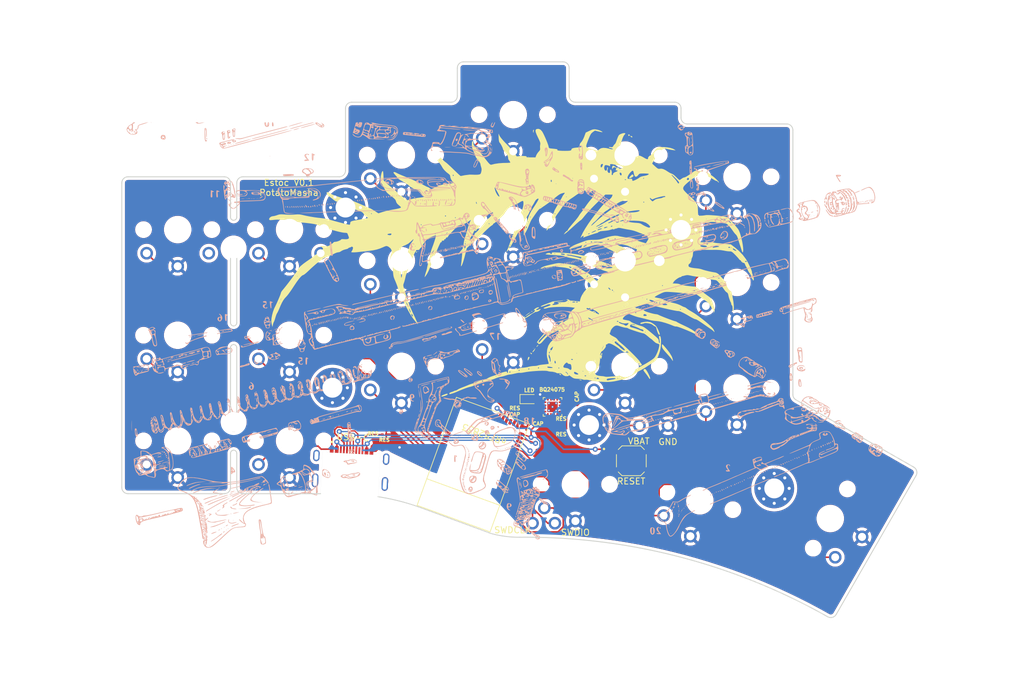
<source format=kicad_pcb>
(kicad_pcb (version 20211014) (generator pcbnew)
  (title_block (title "KeyChomp") (rev "v0.0.1") (company "Austin Rognes"))
  (layers (0 "F.Cu" signal) (31 "B.Cu" signal) (34 "B.Paste" user) (35 "F.Paste" user) (36 "B.SilkS" user "B.Silkscreen") (37 "F.SilkS" user "F.Silkscreen") (38 "B.Mask" user) (39 "F.Mask" user) (44 "Edge.Cuts" user))
  (net 0 "")
  (net 1 "GND")
  (net 2 "K1")
  (net 3 "K2")
  (net 4 "K3")
  (net 5 "K4")
  (net 6 "K5")
  (net 7 "K6")
  (net 8 "K7")
  (net 9 "K8")
  (net 10 "K9")
  (net 11 "K10")
  (net 12 "K11")
  (net 13 "K12")
  (net 14 "K13")
  (net 15 "VDDH")
  (net 16 "VBUS")
  (net 17 "D-")
  (net 18 "D+")
  (net 19 "K14")
  (net 20 "K15")
  (net 21 "K16")
  (net 22 "K17")
  (net 23 "K18")
  (net 24 "K19")
  (net 25 "K20")
  (net 26 "K21")
  (net 27 "VBAT")
  (net 28 "RESET")
  (footprint "PG1350" (layer "F.Cu") (at 125.3 119.3 180)
    (fp_text reference "S2" hide)
    (fp_text value "" hide)
  )
  (footprint "BQ24075TRGTT:QFN50P300X300X100-17N" (layer "F.Cu") (at 149.62 125.8325 180)
    (fp_text reference "BQ24075")
    (fp_text value "BQ24075")
  )
  (footprint "PG1350" (layer "F.Cu") (at 173.33 140.95 -15)
    (fp_text reference "S1" hide)
    (fp_text value "" hide)
  )
  (footprint "PG1350" (layer "F.Cu") (at 161.3 119.3 180)
    (fp_text reference "S2" hide)
    (fp_text value "" hide)
  )
  (footprint "Desktop:Untitled" (layer "F.Cu") (at 142.3 106.55)
    (fp_text reference "CENTIPEDE" hide)
    (fp_text value "LOGO" hide)
  )
  (footprint "PG1350" (layer "F.Cu") (at 153.3 138.3 180)
    (fp_text reference "S2" hide)
    (fp_text value "" hide)
  )
  (footprint "PG1350" (layer "F.Cu") (at 89.3 131.3 180)
    (fp_text reference "S2" hide)
    (fp_text value "" hide)
  )
  (footprint "Resistor_SMD:R_0201_0603Metric" (layer "F.Cu") (at 120.75 129.35)
    (fp_text reference "RES")
    (fp_text value "R_0201_0603Metric")
  )
  (footprint "PTS526_SM08_SMTR2_LFS:SW_PTS526_SM08_SMTR2_LFS" (layer "F.Cu") (at 162.3 134.5)
    (fp_text reference "RESET")
    (fp_text value "SW_PTS526_SM08_SMTR2_LFS")
  )
  (footprint "MountingHole:MountingHole_3.2mm_M3_Pad_Via" (layer "F.Cu") (at 155.5 128.75)
    (fp_text reference "0" hide)
    (fp_text value "MountingHole_3.2mm_M3_Pad_Via")
  )
  (footprint "PG1350" (layer "F.Cu") (at 173.33 140.95 165)
    (fp_text reference "S2" hide)
    (fp_text value "" hide)
  )
  (footprint "PG1350" (layer "F.Cu") (at 179.3 122.8 180)
    (fp_text reference "S2" hide)
    (fp_text value "" hide)
  )
  (footprint "MountingHole:MountingHole_3.2mm_M3" (layer "F.Cu") (at 98.3 100.35)
    (fp_text reference "REF**" hide)
    (fp_text value "MountingHole_3.2mm_M3")
  )
  (footprint "PG1350" (layer "F.Cu") (at 161.3 119.3)
    (fp_text reference "S1" hide)
    (fp_text value "" hide)
  )
  (footprint "" (layer "F.Cu") (at 112.3 101.1)
    (fp_text reference "")
    (fp_text value "")
  )
  (footprint "PG1350" (layer "F.Cu") (at 143.3 95.8)
    (fp_text reference "S1" hide)
    (fp_text value "" hide)
  )
  (footprint "PG1350" (layer "F.Cu") (at 161.3 102.3 180)
    (fp_text reference "S2" hide)
    (fp_text value "" hide)
  )
  (footprint "TestPoint:TestPoint_Plated_Hole_D2.0mm" (layer "F.Cu") (at 150 144.55)
    (fp_text reference "SWDIO")
    (fp_text value "TestPoint_Plated_Hole_D2.0mm")
  )
  (footprint "Resistor_SMD:R_0201_0603Metric" (layer "F.Cu") (at 150.87 129.3325)
    (fp_text reference "RES")
    (fp_text value "R_0201_0603Metric")
  )
  (footprint "PG1350" (layer "F.Cu") (at 161.3 85.3 180)
    (fp_text reference "S2" hide)
    (fp_text value "" hide)
  )
  (footprint "PG1350" (layer "F.Cu") (at 89.3 131.3)
    (fp_text reference "S1" hide)
    (fp_text value "" hide)
  )
  (footprint "PG1350" (layer "F.Cu") (at 161.3 102.3)
    (fp_text reference "S1" hide)
    (fp_text value "" hide)
  )
  (footprint "PG1350" (layer "F.Cu") (at 143.3 78.8 180)
    (fp_text reference "S2" hide)
    (fp_text value "" hide)
  )
  (footprint "PG1350" (layer "F.Cu") (at 89.3 114.3 180)
    (fp_text reference "S2" hide)
    (fp_text value "" hide)
  )
  (footprint "0_ARognes:MS88SF3_Min" (layer "F.Cu") (at 136.863578 135.117251 160)
    (fp_text reference "nRF52833")
    (fp_text value "MS88SF3_Min")
  )
  (footprint "PG1350" (layer "F.Cu") (at 89.3 97.3 180)
    (fp_text reference "S2" hide)
    (fp_text value "" hide)
  )
  (footprint "PG1350" (layer "F.Cu") (at 194.3206 143.8 60)
    (fp_text reference "S1" hide)
    (fp_text value "" hide)
  )
  (footprint "PG1350" (layer "F.Cu") (at 107.3 114.3)
    (fp_text reference "S1" hide)
    (fp_text value "" hide)
  )
  (footprint "PG1350" (layer "F.Cu") (at 143.3 112.8)
    (fp_text reference "S1" hide)
    (fp_text value "" hide)
  )
  (footprint "MountingHole:MountingHole_3.2mm_M3" (layer "F.Cu") (at 98.3 128.25)
    (fp_text reference "REF**" hide)
    (fp_text value "MountingHole_3.2mm_M3")
  )
  (footprint "PG1350" (layer "F.Cu") (at 143.3 95.8 180)
    (fp_text reference "S2" hide)
    (fp_text value "" hide)
  )
  (footprint "PG1350" (layer "F.Cu") (at 125.3 85.3 180)
    (fp_text reference "S2" hide)
    (fp_text value "" hide)
  )
  (footprint "PG1350" (layer "F.Cu") (at 125.3 102.3 180)
    (fp_text reference "S2" hide)
    (fp_text value "" hide)
  )
  (footprint "Capacitor_SMD:C_0201_0603Metric" (layer "F.Cu") (at 148.87 128.3325)
    (fp_text reference "CAP")
    (fp_text value "C_0201_0603Metric")
  )
  (footprint "PG1350" (layer "F.Cu") (at 107.3 97.3 180)
    (fp_text reference "S2" hide)
    (fp_text value "" hide)
  )
  (footprint "PG1350" (layer "F.Cu") (at 89.3 97.3)
    (fp_text reference "S1" hide)
    (fp_text value "" hide)
  )
  (footprint "PG1350" (layer "F.Cu") (at 125.3 119.3)
    (fp_text reference "S1" hide)
    (fp_text value "" hide)
  )
  (footprint "PG1350" (layer "F.Cu") (at 143.3 112.8 180)
    (fp_text reference "S2" hide)
    (fp_text value "" hide)
  )
  (footprint "PG1350" (layer "F.Cu") (at 179.3 105.8)
    (fp_text reference "S1" hide)
    (fp_text value "" hide)
  )
  (footprint "PG1350" (layer "F.Cu") (at 179.3 88.8 180)
    (fp_text reference "S2" hide)
    (fp_text value "" hide)
  )
  (footprint "Resistor_SMD:R_0201_0603Metric" (layer "F.Cu") (at 122.55 130.3)
    (fp_text reference "RES")
    (fp_text value "R_0201_0603Metric")
  )
  (footprint "PG1350" (layer "F.Cu") (at 179.3 105.8 180)
    (fp_text reference "S2" hide)
    (fp_text value "" hide)
  )
  (footprint "MountingHole:MountingHole_3.2mm_M3_Pad_Via" (layer "F.Cu") (at 170.3 97.35)
    (fp_text reference "REF**" hide)
    (fp_text value "MountingHole_3.2mm_M3_Pad_Via")
  )
  (footprint "LED_SMD:LED_0603_1608Metric" (layer "F.Cu") (at 145.87 124.5825)
    (fp_text reference "LED")
    (fp_text value "LED_0603_1608Metric")
  )
  (footprint "PG1350" (layer "F.Cu") (at 107.3 131.3 180)
    (fp_text reference "S2" hide)
    (fp_text value "" hide)
  )
  (footprint "PG1350" (layer "F.Cu") (at 89.3 114.3)
    (fp_text reference "S1" hide)
    (fp_text value "" hide)
  )
  (footprint "PG1350" (layer "F.Cu") (at 125.3 102.3)
    (fp_text reference "S1" hide)
    (fp_text value "" hide)
  )
  (footprint "PG1350" (layer "F.Cu") (at 107.3 131.3)
    (fp_text reference "S1" hide)
    (fp_text value "" hide)
  )
  (footprint "PG1350" (layer "F.Cu") (at 153.3 138.3)
    (fp_text reference "S1" hide)
    (fp_text value "" hide)
  )
  (footprint "MountingHole:MountingHole_3.2mm_M3_Pad_Via" (layer "F.Cu") (at 116.3 93.75)
    (fp_text reference "REF**" hide)
    (fp_text value "MountingHole_3.2mm_M3_Pad_Via")
  )
  (footprint "clipboard:8583f098-8525-47d3-99c4-a63cf4c513a4" (layer "F.Cu") (at 121.877988 133.592766 -3)
    (fp_text reference "")
    (fp_text value "")
    (fp_line (start -8.42038 0) (end -0.81962 0) (layer "Edge.Cuts") (width 0.01))
    (fp_line (start 0 6.7) (end 0 0) (layer "Edge.Cuts") (width 0.01))
    (fp_line (start -9.24 6.7) (end -9.24 0) (layer "Edge.Cuts") (width 0.01))
    (fp_arc (start -8.42038 0) (mid -8.570382 -0.040191) (end -8.680191 -0.15) (layer "Edge.Cuts") (width 0.01))
    (fp_arc (start -0.55981 -0.15) (mid -0.222356 -0.289779) (end 0 -0.000001) (layer "Edge.Cuts") (width 0.01))
    (fp_arc (start -0.55981 -0.15) (mid -0.669619 -0.040192) (end -0.81962 0) (layer "Edge.Cuts") (width 0.01))
    (fp_arc (start -9.24 0) (mid -9.017646 -0.289779) (end -8.680191 -0.15) (layer "Edge.Cuts") (width 0.01))
  )
  (footprint "PG1350" (layer "F.Cu") (at 194.3206 143.8 -120)
    (fp_text reference "S2" hide)
    (fp_text value "" hide)
  )
  (footprint "2169900003:MOLEX_2169900003" (layer "F.Cu") (at 117.023574 137.94467 -3)
    (fp_text reference "USB-C")
    (fp_text value "MOLEX_2169900003")
  )
  (footprint "PG1350" (layer "F.Cu") (at 107.3 97.3)
    (fp_text reference "S1" hide)
    (fp_text value "" hide)
  )
  (footprint "PG1350" (layer "F.Cu") (at 125.3 85.3)
    (fp_text reference "S1" hide)
    (fp_text value "" hide)
  )
  (footprint "PG1350" (layer "F.Cu") (at 143.3 78.8)
    (fp_text reference "S1" hide)
    (fp_text value "" hide)
  )
  (footprint "" (layer "F.Cu") (at 84.3 101.1)
    (fp_text reference "")
    (fp_text value "")
  )
  (footprint "TestPoint:TestPoint_Plated_Hole_D2.0mm" (layer "F.Cu") (at 146.4 144.55)
    (fp_text reference "SWDCLK")
    (fp_text value "TestPoint_Plated_Hole_D2.0mm")
  )
  (footprint "MountingHole:MountingHole_3.2mm_M3_Pad_Via" (layer "F.Cu") (at 185.3 138.95)
    (fp_text reference "REF**" hide)
    (fp_text value "MountingHole_3.2mm_M3_Pad_Via")
  )
  (footprint "PG1350" (layer "F.Cu") (at 107.3 114.3 180)
    (fp_text reference "S2" hide)
    (fp_text value "" hide)
  )
  (footprint "PG1350" (layer "F.Cu") (at 161.3 85.3)
    (fp_text reference "S1" hide)
    (fp_text value "" hide)
  )
  (footprint "TestPoint:TestPoint_Plated_Hole_D2.0mm" (layer "F.Cu") (at 163.6 128.85)
    (fp_text reference "VBAT")
    (fp_text value "TestPoint_Plated_Hole_D2.0mm" hide)
  )
  (footprint "Capacitor_SMD:C_0201_0603Metric" (layer "F.Cu") (at 152.62 124.1775 90)
    (fp_text reference "CAP")
    (fp_text value "C_0201_0603Metric")
  )
  (footprint "PG1350" (layer "F.Cu") (at 179.3 122.8)
    (fp_text reference "S1" hide)
    (fp_text value "" hide)
  )
  (footprint "Resistor_SMD:R_0201_0603Metric" (layer "F.Cu") (at 150.87 128.3325)
    (fp_text reference "RES")
    (fp_text value "R_0201_0603Metric")
  )
  (footprint "TestPoint:TestPoint_Plated_Hole_D2.0mm" (layer "F.Cu") (at 168.2 128.85)
    (fp_text reference "GND")
    (fp_text value "TestPoint_Plated_Hole_D2.0mm")
  )
  (footprint "MountingHole:MountingHole_3.2mm_M3_Pad_Via" (layer "F.Cu") (at 114.2 122.75)
    (fp_text reference "0" hide)
    (fp_text value "MountingHole_3.2mm_M3_Pad_Via")
  )
  (footprint "Capacitor_SMD:C_0201_0603Metric" (layer "F.Cu") (at 145.37 127.3325 180)
    (fp_text reference "CAP")
    (fp_text value "C_0201_0603Metric")
  )
  (footprint "PG1350" (layer "F.Cu") (at 179.3 88.8)
    (fp_text reference "S1" hide)
    (fp_text value "" hide)
  )
  (footprint "Resistor_SMD:R_0201_0603Metric" (layer "F.Cu") (at 145.37 125.8325 180)
    (fp_text reference "RES")
    (fp_text value "R_0201_0603Metric")
  )
  (footprint "LOGO" (layer "B.Cu") (at 142.8 114.475 180)
    (fp_text reference "G***" hide)
    (fp_text value "LOGO" hide)
  )
  (gr_arc (start 97.8 133.312994) (mid 98.3 132.8) (end 98.8 133.312994) (layer "Edge.Cuts") (width 0.15))
  (gr_line (start 134.3 71.3) (end 134.3 75.8) (layer "Edge.Cuts") (width 0.15))
  (gr_line (start 170.3 79.3) (end 170.3 77.8) (layer "Edge.Cuts") (width 0.15))
  (gr_arc (start 153.3 76.8) (mid 152.592893 76.507107) (end 152.3 75.8) (layer "Edge.Cuts") (width 0.15))
  (gr_arc (start 171.3 80.3) (mid 170.592893 80.007107) (end 170.3 79.3) (layer "Edge.Cuts") (width 0.15))
  (gr_arc (start 99.800107 139.8) (mid 99.093 139.507107) (end 98.800107 138.8) (layer "Edge.Cuts") (width 0.15))
  (gr_line (start 187.3 80.3) (end 171.3 80.3) (layer "Edge.Cuts") (width 0.15))
  (gr_arc (start 81.3 139.8) (mid 80.592893 139.507107) (end 80.3 138.8) (layer "Edge.Cuts") (width 0.15))
  (gr_line (start 99.800107 88.8) (end 115.3 88.8) (layer "Edge.Cuts") (width 0.15))
  (gr_line (start 169.3 76.8) (end 153.3 76.8) (layer "Edge.Cuts") (width 0.15))
  (gr_arc (start 144.3 146.81) (mid 169.943742 149.938617) (end 193.900599 159.606025) (layer "Edge.Cuts") (width 0.15))
  (gr_line (start 128 141.9) (end 139.7 146.2) (layer "Edge.Cuts") (width 0.15))
  (gr_line (start 97.8 133.312994) (end 97.799893 138.8) (layer "Edge.Cuts") (width 0.15))
  (gr_arc (start 121.527337 140.283584) (mid 124.801225 140.941402) (end 128 141.9) (layer "Edge.Cuts") (width 0.15))
  (gr_arc (start 188.82 124.712445) (mid 188.439947 124.35) (end 188.3 123.843819) (layer "Edge.Cuts") (width 0.15))
  (gr_line (start 98.800107 89.8) (end 98.8 95.287499) (layer "Edge.Cuts") (width 0.15))
  (gr_arc (start 169.3 76.8) (mid 170.007107 77.092893) (end 170.3 77.8) (layer "Edge.Cuts") (width 0.15))
  (gr_line (start 97.8 99.313157) (end 97.8 112.287336) (layer "Edge.Cuts") (width 0.15))
  (gr_arc (start 97.8 116.312994) (mid 98.3 115.8) (end 98.8 116.312994) (layer "Edge.Cuts") (width 0.15))
  (gr_line (start 133.3 76.8) (end 117.3 76.8) (layer "Edge.Cuts") (width 0.15))
  (gr_line (start 98.8 116.312994) (end 98.8 129.287336) (layer "Edge.Cuts") (width 0.15))
  (gr_arc (start 187.3 80.3) (mid 188.007107 80.592893) (end 188.3 81.3) (layer "Edge.Cuts") (width 0.15))
  (gr_line (start 97.8 116.312994) (end 97.8 129.287336) (layer "Edge.Cuts") (width 0.15))
  (gr_line (start 188.82 124.712445) (end 207.755804 135.528054) (layer "Edge.Cuts") (width 0.15))
  (gr_line (start 97.799893 89.8) (end 97.8 95.287499) (layer "Edge.Cuts") (width 0.15))
  (gr_arc (start 98.800107 89.8) (mid 99.093 89.092893) (end 99.800107 88.8) (layer "Edge.Cuts") (width 0.15))
  (gr_arc (start 98.8 95.287499) (mid 98.3 95.800493) (end 97.8 95.287499) (layer "Edge.Cuts") (width 0.15))
  (gr_arc (start 97.799893 138.8) (mid 97.507 139.507107) (end 96.799893 139.8) (layer "Edge.Cuts") (width 0.15))
  (gr_line (start 152.3 75.8) (end 152.3 71.3) (layer "Edge.Cuts") (width 0.15))
  (gr_arc (start 80.3 89.8) (mid 80.592893 89.092893) (end 81.3 88.8) (layer "Edge.Cuts") (width 0.15))
  (gr_line (start 81.3 88.8) (end 96.799893 88.8) (layer "Edge.Cuts") (width 0.15))
  (gr_line (start 80.3 138.8) (end 80.3 89.8) (layer "Edge.Cuts") (width 0.15))
  (gr_arc (start 98.8 112.287336) (mid 98.3 112.80033) (end 97.8 112.287336) (layer "Edge.Cuts") (width 0.15))
  (gr_arc (start 116.3 87.8) (mid 116.007107 88.507107) (end 115.3 88.8) (layer "Edge.Cuts") (width 0.15))
  (gr_arc (start 116.3 77.8) (mid 116.592893 77.092893) (end 117.3 76.8) (layer "Edge.Cuts") (width 0.15))
  (gr_line (start 116.3 77.8) (end 116.3 87.8) (layer "Edge.Cuts") (width 0.15))
  (gr_line (start 151.3 70.3) (end 135.3 70.3) (layer "Edge.Cuts") (width 0.15))
  (gr_arc (start 207.755804 135.528054) (mid 208.22383 136.138065) (end 208.1206 136.9) (layer "Edge.Cuts") (width 0.15))
  (gr_arc (start 134.3 71.3) (mid 134.592893 70.592893) (end 135.3 70.3) (layer "Edge.Cuts") (width 0.15))
  (gr_arc (start 96.799893 88.8) (mid 97.507 89.092893) (end 97.799893 89.8) (layer "Edge.Cuts") (width 0.15))
  (gr_line (start 188.3 123.843819) (end 188.3 81.3) (layer "Edge.Cuts") (width 0.15))
  (gr_arc (start 151.3 70.3) (mid 152.007107 70.592893) (end 152.3 71.3) (layer "Edge.Cuts") (width 0.15))
  (gr_line (start 98.8 133.312994) (end 98.800107 138.8) (layer "Edge.Cuts") (width 0.15))
  (gr_arc (start 134.3 75.8) (mid 134.007107 76.507107) (end 133.3 76.8) (layer "Edge.Cuts") (width 0.15))
  (gr_arc (start 98.8 129.287336) (mid 98.3 129.80033) (end 97.8 129.287336) (layer "Edge.Cuts") (width 0.15))
  (gr_arc (start 195.266625 159.239999) (mid 194.659419 159.705925) (end 193.900599 159.606025) (layer "Edge.Cuts") (width 0.15))
  (gr_arc (start 144.3 146.81) (mid 141.979219 146.661706) (end 139.7 146.2) (layer "Edge.Cuts") (width 0.15))
  (gr_arc (start 97.8 99.313157) (mid 98.3 98.800163) (end 98.8 99.313157) (layer "Edge.Cuts") (width 0.15))
  (gr_line (start 99.800107 139.8) (end 112.3 139.8) (layer "Edge.Cuts") (width 0.15))
  (gr_line (start 195.266625 159.239999) (end 208.1206 136.9) (layer "Edge.Cuts") (width 0.15))
  (gr_line (start 81.3 139.8) (end 96.799893 139.8) (layer "Edge.Cuts") (width 0.15))
  (gr_line (start 98.8 99.313157) (end 98.8 112.287336) (layer "Edge.Cuts") (width 0.15))
  (gr_text "Estoc V0.1\nPotatoMasha" (at 107.2 90.55) (layer "F.SilkS") (effects (font (size 1 1))))
  (segment (start 151.87 126.5825) (end 151.87 129.3325) (width 0.25) (layer "F.Cu") (net 0))
  (segment (start 143 139.35) (end 141.303096 139.35) (width 0.25) (layer "F.Cu") (net 0))
  (segment (start 146.4 144.55) (end 146.4 142.75) (width 0.25) (layer "F.Cu") (net 0))
  (segment (start 115.82597 129.27597) (end 120.35597 129.27597) (width 0.25) (layer "F.Cu") (net 0))
  (segment (start 150.37 127.5825) (end 151.12 127.5825) (width 0.25) (layer "F.Cu") (net 0))
  (segment (start 150 144.55) (end 148.85423 144.55) (width 0.25) (layer "F.Cu") (net 0))
  (segment (start 141.303096 139.35) (end 141.287907 139.334811) (width 0.25) (layer "F.Cu") (net 0))
  (segment (start 143.05423 138.75) (end 141.536209 138.75) (width 0.25) (layer "F.Cu") (net 0))
  (segment (start 120.35597 129.27597) (end 120.43 129.35) (width 0.25) (layer "F.Cu") (net 0))
  (segment (start 146.4 142.75) (end 143 139.35) (width 0.25) (layer "F.Cu") (net 0))
  (segment (start 148.85423 144.55) (end 143.05423 138.75) (width 0.25) (layer "F.Cu") (net 0))
  (segment (start 141.536209 138.75) (end 141.51022 138.724011) (width 0.25) (layer "F.Cu") (net 0))
  (segment (start 121.180797 132.969203) (end 121.4 132.75) (width 0.25) (layer "F.Cu") (net 1))
  (segment (start 120.488719 132.161281) (end 120.9 131.75) (width 0.25) (layer "F.Cu") (net 1))
  (segment (start 145.05 127.3325) (end 145.05 128.3) (width 0.25) (layer "F.Cu") (net 1))
  (segment (start 130.164985 136.114985) (end 129.6 135.55) (width 0.25) (layer "F.Cu") (net 1))
  (segment (start 129.6 135.55) (end 129.6 135.35) (width 0.25) (layer "F.Cu") (net 1))
  (segment (start 121.4 132.75) (end 121.6 132.55) (width 0.25) (layer "F.Cu") (net 1))
  (segment (start 114.09749 132.634253) (end 114.09749 130.44749) (width 0.25) (layer "F.Cu") (net 1))
  (segment (start 130.541037 136.114985) (end 130.164985 136.114985) (width 0.25) (layer "F.Cu") (net 1))
  (segment (start 150.55 128.3325) (end 149.87 128.3325) (width 0.25) (layer "F.Cu") (net 1))
  (segment (start 114.24749 132.634253) (end 114.273916 132.607827) (width 0.25) (layer "F.Cu") (net 1))
  (segment (start 148.87 124.3975) (end 148.87 123.8325) (width 0.25) (layer "F.Cu") (net 1))
  (segment (start 120.488719 132.969203) (end 120.488719 132.161281) (width 0.25) (layer "F.Cu") (net 1))
  (segment (start 114.09749 130.44749) (end 113.7 130.05) (width 0.25) (layer "F.Cu") (net 1))
  (segment (start 149.19 128.3325) (end 149.87 128.3325) (width 0.25) (layer "F.Cu") (net 1))
  (segment (start 114.09749 132.634253) (end 112.384253 132.634253) (width 0.25) (layer "F.Cu") (net 1))
  (segment (start 151.055 125.0825) (end 151.62 125.0825) (width 0.25) (layer "F.Cu") (net 1))
  (segment (start 151.12 127.5825) (end 151.19 127.6525) (width 0.25) (layer "F.Cu") (net 1))
  (segment (start 122.87 130.3) (end 122.87 130.88) (width 0.25) (layer "F.Cu") (net 1))
  (segment (start 122.87 130.3) (end 122.87 129.68) (width 0.25) (layer "F.Cu") (net 1))
  (segment (start 121.07 129.35) (end 121.07 129.18) (width 0.25) (layer "F.Cu") (net 1))
  (segment (start 151.62 125.0825) (end 151.62 123.8325) (width 0.25) (layer "F.Cu") (net 1))
  (segment (start 111.9 132.15) (end 111.4 132.15) (width 0.25) (layer "F.Cu") (net 1))
  (segment (start 150.37 127.2675) (end 150.37 127.5825) (width 0.25) (layer "F.Cu") (net 1))
  (segment (start 151.055 126.5825) (end 151.87 126.5825) (width 0.25) (layer "F.Cu") (net 1))
  (segment (start 145.05 128.3) (end 144.657151 128.692849) (width 0.25) (layer "F.Cu") (net 1))
  (segment (start 149.87 128.3325) (end 149.87 127.2675) (width 0.25) (layer "F.Cu") (net 1))
  (segment (start 151.645 123.8575) (end 151.62 123.8325) (width 0.25) (layer "F.Cu") (net 1))
  (segment (start 134.884348 125.351359) (end 134.884348 124.865652) (width 0.25) (layer "F.Cu") (net 1))
  (segment (start 144.657151 128.692849) (end 144.657151 128.908368) (width 0.25) (layer "F.Cu") (net 1))
  (segment (start 121.07 129.18) (end 121.6 128.65) (width 0.25) (layer "F.Cu") (net 1))
  (segment (start 151.19 127.6525) (end 151.19 128.3325) (width 0.25) (layer "F.Cu") (net 1))
  (segment (start 112.2 132.45) (end 111.9 132.15) (width 0.25) (layer "F.Cu") (net 1))
  (segment (start 120.488719 132.969203) (end 121.180797 132.969203) (width 0.25) (layer "F.Cu") (net 1))
  (segment (start 152.62 123.8575) (end 151.645 123.8575) (width 0.25) (layer "F.Cu") (net 1))
  (segment (start 134.884348 124.865652) (end 135.3 124.45) (width 0.25) (layer "F.Cu") (net 1))
  (segment (start 150.37 124.3975) (end 150.37 123.8325) (width 0.25) (layer "F.Cu") (net 1))
  (segment (start 151.87 129.3325) (end 151.19 129.3325) (width 0.25) (layer "F.Cu") (net 1))
  (segment (start 112.384253 132.634253) (end 112.2 132.45) (width 0.25) (layer "F.Cu") (net 1))
  (segment (start 148.87 123.8325) (end 147.62 123.8325) (width 0.25) (layer "F.Cu") (net 1))
  (segment (start 149.87 129.3325) (end 149.87 128.3325) (width 0.25) (layer "F.Cu") (net 1))
  (segment (start 150.37 123.8325) (end 151.62 123.8325) (width 0.25) (layer "F.Cu") (net 1))
  (via (at 147.62 123.8325) (size 0.8) (drill 0.4) (layers "F.Cu" "B.Cu") (net 1))
  (via (at 125 132.35) (size 0.8) (drill 0.4) (layers "F.Cu" "B.Cu") (net 1))
  (segment (start 143.3 84.7) (end 143.925421 84.074579) (width 0.25) (layer "B.Cu") (net 1))
  (segment (start 107.3 103.2) (end 107.3 102.75) (width 0.25) (layer "B.Cu") (net 1))
  (segment (start 179.3 128.7) (end 179.951038 129.351038) (width 0.25) (layer "B.Cu") (net 1))
  (segment (start 107.45 120.05) (end 107.3 120.2) (width 0.25) (layer "B.Cu") (net 1))
  (segment (start 116.3 115.78) (end 116.299021 115.780979) (width 0.25) (layer "B.Cu") (net 1))
  (segment (start 103.95 133.45) (end 102.3 135.1) (width 0.25) (layer "F.Cu") (net 2))
  (segment (start 102.3 135.1) (end 102.5 135.3) (width 0.25) (layer "F.Cu") (net 2))
  (segment (start 130.985663 134.893385) (end 129.905017 134.500062) (width 0.2) (layer "F.Cu") (net 2))
  (segment (start 103.95 129) (end 103.95 133.45) (width 0.25) (layer "F.Cu") (net 2))
  (segment (start 122.556168 127.89904) (end 105.05096 127.89904) (width 0.25) (layer "F.Cu") (net 2))
  (segment (start 129.905017 134.500062) (end 124.154475 128.74952) (width 0.25) (layer "F.Cu") (net 2))
  (segment (start 123.406648 128.74952) (end 122.556168 127.89904) (width 0.25) (layer "F.Cu") (net 2))
  (segment (start 124.154475 128.74952) (end 123.406648 128.74952) (width 0.25) (layer "F.Cu") (net 2))
  (segment (start 105.05096 127.89904) (end 103.95 129) (width 0.25) (layer "F.Cu") (net 2))
  (segment (start 100.086198 131.09952) (end 103.736198 127.44952) (width 0.25) (layer "F.Cu") (net 3))
  (segment (start 123.592846 128.3) (end 123.75 128.3) (width 0.25) (layer "F.Cu") (net 3))
  (segment (start 131.207976 134.282585) (end 130.12733 133.889261) (width 0.2) (layer "F.Cu") (net 3))
  (segment (start 97.15 131.75) (end 97.80048 131.09952) (width 0.25) (layer "F.Cu") (net 3))
  (segment (start 130.12733 133.889261) (end 124.538069 128.3) (width 0.25) (layer "F.Cu") (net 3))
  (segment (start 93.8 135.1) (end 84.3 135.1) (width 0.25) (layer "F.Cu") (net 3))
  (segment (start 124.538069 128.3) (end 123.75 128.3) (width 0.25) (layer "F.Cu") (net 3))
  (segment (start 97.80048 131.09952) (end 100.086198 131.09952) (width 0.25) (layer "F.Cu") (net 3))
  (segment (start 97.15 131.75) (end 93.8 135.1) (width 0.25) (layer "F.Cu") (net 3))
  (segment (start 122.742366 127.44952) (end 123.592846 128.3) (width 0.25) (layer "F.Cu") (net 3))
  (segment (start 103.736198 127.44952) (end 122.742366 127.44952) (width 0.25) (layer "F.Cu") (net 3))
  (segment (start 124.871182 127.8) (end 130.349643 133.278461) (width 0.25) (layer "F.Cu") (net 4))
  (segment (start 84.3 118.1) (end 96.85 130.65) (width 0.25) (layer "F.Cu") (net 4))
  (segment (start 123.728564 127.8) (end 124.871182 127.8) (width 0.25) (layer "F.Cu") (net 4))
  (segment (start 131.430289 133.671784) (end 130.349643 133.278461) (width 0.2) (layer "F.Cu") (net 4))
  (segment (start 99.9 130.65) (end 103.55 127) (width 0.25) (layer "F.Cu") (net 4))
  (segment (start 96.85 130.65) (end 99.9 130.65) (width 0.25) (layer "F.Cu") (net 4))
  (segment (start 103.55 127) (end 122.928564 127) (width 0.25) (layer "F.Cu") (net 4))
  (segment (start 122.928564 127) (end 123.728564 127.8) (width 0.25) (layer "F.Cu") (net 4))
  (segment (start 130.841254 132.073962) (end 126.016812 127.24952) (width 0.25) (layer "F.Cu") (net 5))
  (segment (start 123.813802 127.24952) (end 123.114282 126.55) (width 0.25) (layer "F.Cu") (net 5))
  (segment (start 123.114282 126.55) (end 110.75 126.55) (width 0.25) (layer "F.Cu") (net 5))
  (segment (start 131.874916 132.450184) (end 130.841254 132.073962) (width 0.2) (layer "F.Cu") (net 5))
  (segment (start 110.75 126.55) (end 102.3 118.1) (width 0.25) (layer "F.Cu") (net 5))
  (segment (start 126.016812 127.24952) (end 123.813802 127.24952) (width 0.25) (layer "F.Cu") (net 5))
  (segment (start 132.097229 131.839384) (end 131.063567 131.463162) (width 0.2) (layer "F.Cu") (net 6))
  (segment (start 120.3 123.1) (end 124 126.8) (width 0.25) (layer "F.Cu") (net 6))
  (segment (start 121 123.1) (end 121.05 123.05) (width 0.25) (layer "F.Cu") (net 6))
  (segment (start 120.3 123.1) (end 121 123.1) (width 0.25) (layer "F.Cu") (net 6))
  (segment (start 124 126.8) (end 126.400405 126.8) (width 0.25) (layer "F.Cu") (net 6))
  (segment (start 126.400405 126.8) (end 131.063567 131.463162) (width 0.25) (layer "F.Cu") (net 6))
  (segment (start 119.292413 120.525421) (end 120.025421 120.525421) (width 0.25) (layer "F.Cu") (net 7))
  (segment (start 133.431107 128.174583) (end 132.350461 127.781259) (width 0.2) (layer "F.Cu") (net 7))
  (segment (start 126.05 123.55) (end 130.281259 127.781259) (width 0.25) (layer "F.Cu") (net 7))
  (segment (start 99.925 114.175) (end 102.3 116.55) (width 0.25) (layer "F.Cu") (net 7))
  (segment (start 130.281259 127.781259) (end 132.350461 127.781259) (width 0.25) (layer "F.Cu") (net 7))
  (segment (start 123.05 123.55) (end 126.05 123.55) (width 0.25) (layer "F.Cu") (net 7))
  (segment (start 102.3 116.55) (end 103.05 116.55) (width 0.25) (layer "F.Cu") (net 7))
  (segment (start 84.3 101.1) (end 97.375 114.175) (width 0.25) (layer "F.Cu") (net 7))
  (segment (start 117.316992 118.55) (end 119.292413 120.525421) (width 0.25) (layer "F.Cu") (net 7))
  (segment (start 120.025421 120.525421) (end 123.05 123.55) (width 0.25) (layer "F.Cu") (net 7))
  (segment (start 97.375 114.175) (end 99.925 114.175) (width 0.25) (layer "F.Cu") (net 7))
  (segment (start 105.05 118.55) (end 117.316992 118.55) (width 0.25) (layer "F.Cu") (net 7))
  (segment (start 103.05 116.55) (end 105.05 118.55) (width 0.25) (layer "F.Cu") (net 7))
  (segment (start 102.3 101.1) (end 119.25 118.05) (width 0.25) (layer "F.Cu") (net 8))
  (segment (start 119.25 118.05) (end 120.283008 118.05) (width 0.25) (layer "F.Cu") (net 8))
  (segment (start 120.283008 118.05) (end 125.283008 123.05) (width 0.25) (layer "F.Cu") (net 8))
  (segment (start 126.3 123.05) (end 130.420459 127.170459) (width 0.25) (layer "F.Cu") (net 8))
  (segment (start 133.65342 127.563782) (end 132.572774 127.170459) (width 0.2) (layer "F.Cu") (net 8))
  (segment (start 125.283008 123.05) (end 126.3 123.05) (width 0.25) (layer "F.Cu") (net 8))
  (segment (start 130.420459 127.170459) (end 132.572774 127.170459) (width 0.25) (layer "F.Cu") (net 8))
  (segment (start 126.55 122.55) (end 129.948859 125.948859) (width 0.25) (layer "F.Cu") (net 9))
  (segment (start 120.3 106.1) (end 120.3 117.3) (width 0.25) (layer "F.Cu") (net 9))
  (segment (start 120.3 117.3) (end 125.55 122.55) (width 0.25) (layer "F.Cu") (net 9))
  (segment (start 129.948859 125.948859) (end 133.0174 125.948859) (width 0.25) (layer "F.Cu") (net 9))
  (segment (start 134.098047 126.342182) (end 133.0174 125.948859) (width 0.2) (layer "F.Cu") (net 9))
  (segment (start 125.55 122.55) (end 126.55 122.55) (width 0.25) (layer "F.Cu") (net 9))
  (segment (start 136.55 124.634726) (end 136.516372 124.668354) (width 0.25) (layer "F.Cu") (net 10))
  (segment (start 136.105948 125.795985) (end 136.516372 124.668354) (width 0.2) (layer "F.Cu") (net 10))
  (segment (start 136.55 123.05) (end 136.55 124.634726) (width 0.25) (layer "F.Cu") (net 10))
  (segment (start 135.05 118.05) (end 136.3 119.3) (width 0.25) (layer "F.Cu") (net 10))
  (segment (start 120.3 89.1) (end 135.05 103.85) (width 0.25) (layer "F.Cu") (net 10))
  (segment (start 136.3 122.8) (end 136.55 123.05) (width 0.25) (layer "F.Cu") (net 10))
  (segment (start 136.3 119.3) (end 136.3 122.8) (width 0.25) (layer "F.Cu") (net 10))
  (segment (start 135.05 103.85) (end 135.05 118.05) (width 0.25) (layer "F.Cu") (net 10))
  (segment (start 137.127173 122.877173) (end 137.127173 124.890667) (width 0.25) (layer "F.Cu") (net 11))
  (segment (start 136.716748 126.018298) (end 137.127173 124.890667) (width 0.2) (layer "F.Cu") (net 11))
  (segment (start 136.8 122.55) (end 137.127173 122.877173) (width 0.25) (layer "F.Cu") (net 11))
  (segment (start 135.55 85.35) (end 135.55 117.8) (width 0.25) (layer "F.Cu") (net 11))
  (segment (start 135.55 117.8) (end 136.8 119.05) (width 0.25) (layer "F.Cu") (net 11))
  (segment (start 138.3 82.6) (end 135.55 85.35) (width 0.25) (layer "F.Cu") (net 11))
  (segment (start 136.8 119.05) (end 136.8 122.55) (width 0.25) (layer "F.Cu") (net 11))
  (segment (start 137.3 118.8) (end 137.3 122.3) (width 0.25) (layer "F.Cu") (net 12))
  (segment (start 136.05 101.85) (end 136.05 117.55) (width 0.25) (layer "F.Cu") (net 12))
  (segment (start 136.05 117.55) (end 137.3 118.8) (width 0.25) (layer "F.Cu") (net 12))
  (segment (start 137.3 122.3) (end 139.553272 124.553272) (width 0.25) (layer "F.Cu") (net 12))
  (segment (start 138.3 99.6) (end 136.05 101.85) (width 0.25) (layer "F.Cu") (net 12))
  (segment (start 139.553272 124.553272) (end 139.553272 125.826904) (width 0.25) (layer "F.Cu") (net 12))
  (segment (start 139.159949 126.90755) (end 139.553272 125.826904) (width 0.2) (layer "F.Cu") (net 12))
  (segment (start 136.574579 117.324579) (end 137.8 118.55) (width 0.25) (layer "F.Cu") (net 13))
  (segment (start 137.8 118.55) (end 137.8 122.05) (width 0.25) (layer "F.Cu") (net 13))
  (segment (start 152.954323 89.1) (end 136.574579 105.479744) (width 0.25) (layer "F.Cu") (net 13))
  (segment (start 136.574579 105.479744) (end 136.574579 117.324579) (width 0.25) (layer "F.Cu") (net 13))
  (segment (start 141.60315 127.796803) (end 141.996473 126.716156) (width 0.2) (layer "F.Cu") (net 13))
  (segment (start 141.996473 126.246473) (end 141.996473 126.716156) (width 0.25) (layer "F.Cu") (net 13))
  (segment (start 156.3 89.1) (end 152.954323 89.1) (width 0.25) (layer "F.Cu") (net 13))
  (segment (start 137.8 122.05) (end 141.996473 126.246473) (width 0.25) (layer "F.Cu") (net 13))
  (segment (start 142.607273 126.107273) (end 142.607273 126.938469) (width 0.25) (layer "F.Cu") (net 14))
  (segment (start 142.21395 128.019116) (end 142.607273 126.938469) (width 0.2) (layer "F.Cu") (net 14))
  (segment (start 138.3 121.8) (end 142.607273 126.107273) (width 0.25) (layer "F.Cu") (net 14))
  (segment (start 138.3 116.6) (end 138.3 121.8) (width 0.25) (layer "F.Cu") (net 14))
  (segment (start 146.62 126.5825) (end 145.62 126.5825) (width 0.25) (layer "F.Cu") (net 15))
  (segment (start 145.69 126.5125) (end 145.62 126.5825) (width 0.25) (layer "F.Cu") (net 15))
  (segment (start 144.12 126.55) (end 144.12 123.8325) (width 0.25) (layer "F.Cu") (net 15))
  (segment (start 144.62 123.3325) (end 146.87 123.3325) (width 0.25) (layer "F.Cu") (net 15))
  (segment (start 144.1525 126.5825) (end 144.12 126.55) (width 0.25) (layer "F.Cu") (net 15))
  (segment (start 147.1575 125.0825) (end 146.6575 124.5825) (width 0.25) (layer "F.Cu") (net 15))
  (segment (start 147.12 126.0825) (end 146.62 126.5825) (width 0.25) (layer "F.Cu") (net 15))
  (segment (start 145.05 124.55) (end 145.0825 124.5825) (width 0.25) (layer "F.Cu") (net 15))
  (segment (start 145.05 124.615) (end 145.0825 124.5825) (width 0.25) (layer "F.Cu") (net 15))
  (segment (start 145.62 126.5825) (end 144.1525 126.5825) (width 0.25) (layer "F.Cu") (net 15))
  (segment (start 145.05 125.8325) (end 145.05 124.615) (width 0.25) (layer "F.Cu") (net 15))
  (segment (start 148.185 126.0825) (end 147.12 126.0825) (width 0.25) (layer "F.Cu") (net 15))
  (segment (start 149.87 123.0825) (end 149.87 124.3975) (width 0.25) (layer "F.Cu") (net 15))
  (segment (start 147.12 126.0825) (end 147.12 125.5825) (width 0.25) (layer "F.Cu") (net 15))
  (segment (start 144.12 123.8325) (end 144.62 123.3325) (width 0.25) (layer "F.Cu") (net 15))
  (segment (start 147.12 123.0825) (end 149.87 123.0825) (width 0.25) (layer "F.Cu") (net 15))
  (segment (start 147.12 125.5825) (end 148.185 125.5825) (width 0.25) (layer "F.Cu") (net 15))
  (segment (start 145.69 125.8325) (end 145.69 126.5125) (width 0.25) (layer "F.Cu") (net 15))
  (segment (start 143.435551 128.463742) (end 144.10249 126.631342) (width 0.2) (layer "F.Cu") (net 15))
  (segment (start 145.69 127.3325) (end 145.69 126.5125) (width 0.25) (layer "F.Cu") (net 15))
  (segment (start 148.185 125.0825) (end 147.1575 125.0825) (width 0.25) (layer "F.Cu") (net 15))
  (segment (start 146.87 123.3325) (end 147.12 123.0825) (width 0.25) (layer "F.Cu") (net 15))
  (segment (start 115.15 131.45) (end 115.172819 131.472819) (width 0.25) (layer "F.Cu") (net 16))
  (segment (start 119.85 130.3) (end 119.040706 131.109294) (width 0.25) (layer "F.Cu") (net 16))
  (segment (start 119.966241 131.833759) (end 120.05 131.75) (width 0.25) (layer "F.Cu") (net 16))
  (segment (start 146.173097 129.529403) (end 146.173097 130.737141) (width 0.25) (layer "F.Cu") (net 16))
  (segment (start 148.12 127.5825) (end 146.173097 129.529403) (width 0.25) (layer "F.Cu") (net 16))
  (segment (start 122.13 130.3) (end 119.85 130.3) (width 0.25) (layer "F.Cu") (net 16))
  (segment (start 148.55 127.5825) (end 148.55 128.3325) (width 0.25) (layer "F.Cu") (net 16))
  (segment (start 122.141453 130.388547) (end 122.23 130.3) (width 0.2) (layer "F.Cu") (net 16))
  (segment (start 148.87 127.2675) (end 148.87 127.5825) (width 0.25) (layer "F.Cu") (net 16))
  (segment (start 114.922819 131.472819) (end 114.922819 132.649696) (width 0.25) (layer "F.Cu") (net 16))
  (segment (start 119.839815 132.927334) (end 119.866241 132.900908) (width 0.25) (layer "F.Cu") (net 16))
  (segment (start 119.040706 131.109294) (end 119.040706 132.893316) (width 0.25) (layer "F.Cu") (net 16))
  (segment (start 122.23 130.3) (end 122.2 130.33) (width 0.2) (layer "F.Cu") (net 16))
  (segment (start 144.622604 130.172808) (end 146.173097 130.737141) (width 0.2) (layer "F.Cu") (net 16))
  (segment (start 148.87 127.5825) (end 148.12 127.5825) (width 0.25) (layer "F.Cu") (net 16))
  (segment (start 115.072819 132.649696) (end 115.046393 132.676122) (width 0.25) (layer "F.Cu") (net 16))
  (segment (start 119.716241 132.900908) (end 119.716241 131.833759) (width 0.25) (layer "F.Cu") (net 16))
  (via (at 146.173097 130.737141) (size 0.8) (drill 0.4) (layers "F.Cu" "B.Cu") (net 16))
  (via (at 114.9 131.45) (size 0.8) (drill 0.4) (layers "F.Cu" "B.Cu") (net 16))
  (via (at 119.8 131.75) (size 0.8) (drill 0.4) (layers "F.Cu" "B.Cu") (net 16))
  (segment (start 147.589987 132.299272) (end 147.589987 131.400213) (width 0.2) (layer "B.Cu") (net 16))
  (segment (start 119.749295 132.050705) (end 120.05 131.75) (width 0.25) (layer "B.Cu") (net 16))
  (segment (start 119.8 131.75) (end 120.35096 131.19904) (width 0.2) (layer "B.Cu") (net 16))
  (segment (start 114.9 131.45) (end 115.500705 132.050705) (width 0.25) (layer "B.Cu") (net 16))
  (segment (start 145.700471 133.599511) (end 146.289748 133.599511) (width 0.2) (layer "B.Cu") (net 16))
  (segment (start 146.289748 133.599511) (end 147.589987 132.299272) (width 0.2) (layer "B.Cu") (net 16))
  (segment (start 147.589987 131.400213) (end 146.926915 130.737141) (width 0.2) (layer "B.Cu") (net 16))
  (segment (start 143.3 131.19904) (end 145.700471 133.599511) (width 0.2) (layer "B.Cu") (net 16))
  (segment (start 146.926915 130.737141) (end 146.173097 130.737141) (width 0.2) (layer "B.Cu") (net 16))
  (segment (start 120.35096 131.19904) (end 143.3 131.19904) (width 0.2) (layer "B.Cu") (net 16))
  (segment (start 115.500705 132.050705) (end 119.499295 132.050705) (width 0.25) (layer "B.Cu") (net 16))
  (segment (start 116.544132 131.044918) (end 116.544132 132.762476) (width 0.2) (layer "F.Cu") (net 17))
  (segment (start 117.75 130.4) (end 117.819188 130.469188) (width 0.2) (layer "F.Cu") (net 17))
  (segment (start 144.400291 130.783608) (end 146.890476 131.689961) (width 0.2) (layer "F.Cu") (net 17))
  (segment (start 117.569188 130.469188) (end 117.569188 132.788386) (width 0.2) (layer "F.Cu") (net 17))
  (segment (start 114.574064 130.09945) (end 114.574064 129.499258) (width 0.25) (layer "F.Cu") (net 17))
  (segment (start 116.071243 132.741638) (end 116.071243 131.596629) (width 0.25) (layer "F.Cu") (net 17))
  (segment (start 114.998472 129.07485) (end 115.62485 129.07485) (width 0.25) (layer "F.Cu") (net 17))
  (segment (start 115.62485 129.07485) (end 115.82597 129.27597) (width 0.25) (layer "F.Cu") (net 17))
  (segment (start 115.298575 129.799361) (end 116.544132 131.044918) (width 0.2) (layer "F.Cu") (net 17))
  (segment (start 114.574064 129.499258) (end 114.998472 129.07485) (width 0.25) (layer "F.Cu") (net 17))
  (segment (start 116.071243 131.596629) (end 114.574064 130.09945) (width 0.25) (layer "F.Cu") (net 17))
  (via (at 115.298575 129.799361) (size 0.8) (drill 0.4) (layers "F.Cu" "B.Cu") (net 17))
  (via (at 146.890476 131.689961) (size 0.8) (drill 0.4) (layers "F.Cu" "B.Cu") (net 17))
  (via (at 117.5 130.4) (size 0.8) (drill 0.4) (layers "F.Cu" "B.Cu") (net 17))
  (segment (start 146.136658 131.689961) (end 146.890476 131.689961) (width 0.2) (layer "B.Cu") (net 17))
  (segment (start 116.899361 129.799361) (end 117.5 130.4) (width 0.2) (layer "B.Cu") (net 17))
  (segment (start 115.298575 129.799361) (end 116.899361 129.799361) (width 0.2) (layer "B.Cu") (net 17))
  (segment (start 117.65 130.4) (end 144.846697 130.4) (width 0.2) (layer "B.Cu") (net 17))
  (segment (start 144.846697 130.4) (end 146.136658 131.689961) (width 0.2) (layer "B.Cu") (net 17))
  (segment (start 116.800489 130.110252) (end 117.210252 129.700489) (width 0.2) (layer "F.Cu") (net 18))
  (segment (start 117.789748 129.700489) (end 118.3 130.210741) (width 0.2) (layer "F.Cu") (net 18))
  (segment (start 144.177978 131.394408) (end 144.494408 131.394408) (width 0.2) (layer "F.Cu") (net 18))
  (segment (start 144.494408 131.394408) (end 146 132.9) (width 0.2) (layer "F.Cu") (net 18))
  (segment (start 118.3 130.210741) (end 118.3 131.997287) (width 0.2) (layer "F.Cu") (net 18))
  (segment (start 118.042076 132.255211) (end 118.042076 132.84098) (width 0.2) (layer "F.Cu") (net 18))
  (segment (start 117.210252 129.700489) (end 117.789748 129.700489) (width 0.2) (layer "F.Cu") (net 18))
  (segment (start 117.043447 130.932706) (end 116.800489 130.689748) (width 0.2) (layer "F.Cu") (net 18))
  (segment (start 116.800489 130.689748) (end 116.800489 130.110252) (width 0.2) (layer "F.Cu") (net 18))
  (segment (start 118.3 131.997287) (end 118.042076 132.255211) (width 0.2) (layer "F.Cu") (net 18))
  (segment (start 117.043447 132.788644) (end 117.043447 130.932706) (width 0.2) (layer "F.Cu") (net 18))
  (via (at 146 132.9) (size 0.8) (drill 0.4) (layers "F.Cu" "B.Cu") (net 18))
  (via (at 118.268688 131.326194) (size 0.8) (drill 0.4) (layers "F.Cu" "B.Cu") (net 18))
  (segment (start 143.89952 130.79952) (end 146 132.9) (width 0.2) (layer "B.Cu") (net 18))
  (segment (start 118.795362 130.79952) (end 143.89952 130.79952) (width 0.2) (layer "B.Cu") (net 18))
  (segment (start 118.268688 131.326194) (end 118.795362 130.79952) (width 0.2) (layer "B.Cu") (net 18))
  (segment (start 154.3 135.55) (end 147.354666 135.55) (width 0.25) (layer "F.Cu") (net 19))
  (segment (start 172.3 134.8) (end 170.3 136.8) (width 0.25) (layer "F.Cu") (net 19))
  (segment (start 172.3 129.3) (end 172.3 134.8) (width 0.25) (layer "F.Cu") (net 19))
  (segment (start 147.354666 135.55) (end 144.813998 133.009332) (width 0.25) (layer "F.Cu") (net 19))
  (segment (start 170.3 136.8) (end 166.8 136.8) (width 0.25) (layer "F.Cu") (net 19))
  (segment (start 166.8 136.8) (end 165.3 138.3) (width 0.25) (layer "F.Cu") (net 19))
  (segment (start 156.05 140.05) (end 156.05 137.3) (width 0.25) (layer "F.Cu") (net 19))
  (segment (start 165.3 138.3) (end 165.3 139.55) (width 0.25) (layer "F.Cu") (net 19))
  (segment (start 156.3 123.1) (end 166.1 123.1) (width 0.25) (layer "F.Cu") (net 19))
  (segment (start 166.1 123.1) (end 172.3 129.3) (width 0.25) (layer "F.Cu") (net 19))
  (segment (start 165.3 139.55) (end 164.55 140.3) (width 0.25) (layer "F.Cu") (net 19))
  (segment (start 156.05 137.3) (end 154.3 135.55) (width 0.25) (layer "F.Cu") (net 19))
  (segment (start 156.3 140.3) (end 156.05 140.05) (width 0.25) (layer "F.Cu") (net 19))
  (segment (start 143.733351 132.616008) (end 144.813998 133.009332) (width 0.2) (layer "F.Cu") (net 19))
  (segment (start 164.55 140.3) (end 156.3 140.3) (width 0.25) (layer "F.Cu") (net 19))
  (segment (start 170.55 137.3) (end 167.05 137.3) (width 0.25) (layer "F.Cu") (net 20))
  (segment (start 155.55 137.55) (end 154.05 136.05) (width 0.25) (layer "F.Cu") (net 20))
  (segment (start 172.8 129.05) (end 172.8 135.05) (width 0.25) (layer "F.Cu") (net 20))
  (segment (start 165.8 139.8) (end 164.8 140.8) (width 0.25) (layer "F.Cu") (net 20))
  (segment (start 154.05 136.05) (end 147.021553 136.05) (width 0.25) (layer "F.Cu") (net 20))
  (segment (start 156.05 140.8) (end 155.55 140.3) (width 0.25) (layer "F.Cu") (net 20))
  (segment (start 147.021553 136.05) (end 144.591685 133.620132) (width 0.25) (layer "F.Cu") (net 20))
  (segment (start 165.8 138.55) (end 165.8 139.8) (width 0.25) (layer "F.Cu") (net 20))
  (segment (start 171.55 127.8) (end 172.8 129.05) (width 0.25) (layer "F.Cu") (net 20))
  (segment (start 143.511038 133.226809) (end 144.591685 133.620132) (width 0.2) (layer "F.Cu") (net 20))
  (segment (start 172.8 135.05) (end 170.55 137.3) (width 0.25) (layer "F.Cu") (net 20))
  (segment (start 164.8 140.8) (end 156.05 140.8) (width 0.25) (layer "F.Cu") (net 20))
  (segment (start 171.55 121.35) (end 171.55 127.8) (width 0.25) (layer "F.Cu") (net 20))
  (segment (start 156.3 106.1) (end 171.55 121.35) (width 0.25) (layer "F.Cu") (net 20))
  (segment (start 167.05 137.3) (end 165.8 138.55) (width 0.25) (layer "F.Cu") (net 20))
  (segment (start 155.55 140.3) (end 155.55 137.55) (width 0.25) (layer "F.Cu") (net 20))
  (segment (start 155.05 140.55) (end 155.8 141.3) (width 0.25) (layer "F.Cu") (net 21))
  (segment (start 144.369372 134.230932) (end 146.68844 136.55) (width 0.25) (layer "F.Cu") (net 21))
  (segment (start 143.288725 133.837609) (end 144.369372 134.230932) (width 0.2) (layer "F.Cu") (net 21))
  (segment (start 149.55 138.05) (end 152.05 140.55) (width 0.25) (layer "F.Cu") (net 21))
  (segment (start 172.05 127.55) (end 172.05 111.2) (width 0.25) (layer "F.Cu") (net 21))
  (segment (start 155.8 141.3) (end 165.05 141.3) (width 0.25) (layer "F.Cu") (net 21))
  (segment (start 173.3 128.8) (end 172.05 127.55) (width 0.25) (layer "F.Cu") (net 21))
  (segment (start 146.68844 136.55) (end 148.55 136.55) (width 0.25) (layer "F.Cu") (net 21))
  (segment (start 173.3 135.3) (end 173.3 128.8) (width 0.25) (layer "F.Cu") (net 21))
  (segment (start 170.8 137.8) (end 173.3 135.3) (width 0.25) (layer "F.Cu") (net 21))
  (segment (start 165.05 141.3) (end 166.3 140.05) (width 0.25) (layer "F.Cu") (net 21))
  (segment (start 166.3 140.05) (end 166.3 138.8) (width 0.25) (layer "F.Cu") (net 21))
  (segment (start 152.05 140.55) (end 155.05 140.55) (width 0.25) (layer "F.Cu") (net 21))
  (segment (start 172.574579 110.675421) (end 172.574579 105.292413) (width 0.25) (layer "F.Cu") (net 21))
  (segment (start 172.574579 105.292413) (end 174.3 103.566992) (width 0.25) (layer "F.Cu") (net 21))
  (segment (start 166.3 138.8) (end 167.3 137.8) (width 0.25) (layer "F.Cu") (net 21))
  (segment (start 148.55 136.55) (end 149.55 137.55) (width 0.25) (layer "F.Cu") (net 21))
  (segment (start 174.3 103.566992) (end 174.3 92.6) (width 0.25) (layer "F.Cu") (net 21))
  (segment (start 167.3 137.8) (end 170.8 137.8) (width 0.25) (layer "F.Cu") (net 21))
  (segment (start 149.55 137.55) (end 149.55 138.05) (width 0.25) (layer "F.Cu") (net 21))
  (segment (start 172.05 111.2) (end 172.574579 110.675421) (width 0.25) (layer "F.Cu") (net 21))
  (segment (start 151.8 141.05) (end 154.8 141.05) (width 0.25) (layer "F.Cu") (net 22))
  (segment (start 149.05 138.3) (end 151.8 141.05) (width 0.25) (layer "F.Cu") (net 22))
  (segment (start 167.510895 138.3) (end 166.780447 139.030447) (width 0.25) (layer "F.Cu") (net 22))
  (segment (start 173.8 128.55) (end 173.8 135.55) (width 0.25) (layer "F.Cu") (net 22))
  (segment (start 155.55 141.8) (end 165.3 141.8) (width 0.25) (layer "F.Cu") (net 22))
  (segment (start 149.05 137.816992) (end 149.05 138.3) (width 0.25) (layer "F.Cu") (net 22))
  (segment (start 166.780447 140.319553) (end 166.780447 139.030447) (width 0.25) (layer "F.Cu") (net 22))
  (segment (start 174.3 109.6) (end 172.55 111.35) (width 0.25) (layer "F.Cu") (net 22))
  (segment (start 154.8 141.05) (end 155.55 141.8) (width 0.25) (layer "F.Cu") (net 22))
  (segment (start 172.55 111.35) (end 172.55 127.3) (width 0.25) (layer "F.Cu") (net 22))
  (segment (start 143.066412 134.448409) (end 144.100074 134.824631) (width 0.2) (layer "F.Cu") (net 22))
  (segment (start 165.3 141.8) (end 166.780447 140.319553) (width 0.25) (layer "F.Cu") (net 22))
  (segment (start 148.283008 137.05) (end 149.05 137.816992) (width 0.25) (layer "F.Cu") (net 22))
  (segment (start 146.325443 137.05) (end 148.283008 137.05) (width 0.25) (layer "F.Cu") (net 22))
  (segment (start 173.8 135.55) (end 171.05 138.3) (width 0.25) (layer "F.Cu") (net 22))
  (segment (start 144.100074 134.824631) (end 146.325443 137.05) (width 0.25) (layer "F.Cu") (net 22))
  (segment (start 172.55 127.3) (end 173.8 128.55) (width 0.25) (layer "F.Cu") (net 22))
  (segment (start 171.05 138.3) (end 167.510895 138.3) (width 0.25) (layer "F.Cu") (net 22))
  (segment (start 151.55 141.55) (end 154.55 141.55) (width 0.25) (layer "F.Cu") (net 23))
  (segment (start 143.655448 136.046232) (end 147.159216 139.55) (width 0.25) (layer "F.Cu") (net 23))
  (segment (start 155.3 142.3) (end 165.55 142.3) (width 0.25) (layer "F.Cu") (net 23))
  (segment (start 165.55 142.3) (end 166.8 141.05) (width 0.25) (layer "F.Cu") (net 23))
  (segment (start 169.05 141.05) (end 174.3 135.8) (width 0.25) (layer "F.Cu") (net 23))
  (segment (start 174.3 135.8) (end 174.3 126.6) (width 0.25) (layer "F.Cu") (net 23))
  (segment (start 147.159216 139.55) (end 149.55 139.55) (width 0.25) (layer "F.Cu") (net 23))
  (segment (start 142.621786 135.670009) (end 143.655448 136.046232) (width 0.2) (layer "F.Cu") (net 23))
  (segment (start 149.55 139.55) (end 151.55 141.55) (width 0.25) (layer "F.Cu") (net 23))
  (segment (start 166.8 141.05) (end 169.05 141.05) (width 0.25) (layer "F.Cu") (net 23))
  (segment (start 154.55 141.55) (end 155.3 142.3) (width 0.25) (layer "F.Cu") (net 23))
  (segment (start 151.3 142.05) (end 149.3 140.05) (width 0.25) (layer "F.Cu") (net 24))
  (segment (start 146.826103 140.05) (end 143.433135 136.657032) (width 0.25) (layer "F.Cu") (net 24))
  (segment (start 167.05 141.55) (end 165.8 142.8) (width 0.25) (layer "F.Cu") (net 24))
  (segment (start 195.111497 150.030127) (end 177.530127 150.030127) (width 0.25) (layer "F.Cu") (net 24))
  (segment (start 165.8 142.8) (end 155.05 142.8) (width 0.25) (layer "F.Cu") (net 24))
  (segment (start 142.399473 136.28081) (end 143.433135 136.657032) (width 0.2) (layer "F.Cu") (net 24))
  (segment (start 177.530127 150.030127) (end 169.05 141.55) (width 0.25) (layer "F.Cu") (net 24))
  (segment (start 155.05 142.8) (end 154.3 142.05) (width 0.25) (layer "F.Cu") (net 24))
  (segment (start 149.3 140.05) (end 146.826103 140.05) (width 0.25) (layer "F.Cu") (net 24))
  (segment (start 169.05 141.55) (end 167.05 141.55) (width 0.25) (layer "F.Cu") (net 24))
  (segment (start 154.3 142.05) (end 151.3 142.05) (width 0.25) (layer "F.Cu") (net 24))
  (segment (start 142.17716 136.89161) (end 143.210822 137.267832) (width 0.2) (layer "F.Cu") (net 25))
  (segment (start 154.05 142.55) (end 151.05 142.55) (width 0.25) (layer "F.Cu") (net 25))
  (segment (start 167.516858 143.326423) (end 154.826423 143.326423) (width 0.25) (layer "F.Cu") (net 25))
  (segment (start 146.49299 140.55) (end 143.210822 137.267832) (width 0.25) (layer "F.Cu") (net 25))
  (segment (start 149.05 140.55) (end 146.49299 140.55) (width 0.25) (layer "F.Cu") (net 25))
  (segment (start 154.826423 143.326423) (end 154.05 142.55) (width 0.25) (layer "F.Cu") (net 25))
  (segment (start 151.05 142.55) (end 149.05 140.55) (width 0.25) (layer "F.Cu") (net 25))
  (segment (start 150.5 145.95) (end 145.9 145.95) (width 0.25) (layer "F.Cu") (net 26))
  (segment (start 151.340511 143.703671) (end 151.340511 145.109489) (width 0.25) (layer "F.Cu") (net 26))
  (segment (start 151.340511 145.109489) (end 150.5 145.95) (width 0.25) (layer "F.Cu") (net 26))
  (segment (start 145.9 145.95) (end 140.113119 140.163119) (width 0.25) (layer "F.Cu") (net 26))
  (segment (start 148.3 142.1) (end 149.73684 142.1) (width 0.25) (layer "F.Cu") (net 26))
  (segment (start 140.113119 140.163119) (end 140.113119 139.492521) (width 0.25) (layer "F.Cu") (net 26))
  (segment (start 149.73684 142.1) (end 151.340511 143.703671) (width 0.25) (layer "F.Cu") (net 26))
  (segment (start 154.2525 124.95) (end 157.1 124.95) (width 0.25) (layer "F.Cu") (net 27))
  (segment (start 157.1 124.95) (end 161 128.85) (width 0.25) (layer "F.Cu") (net 27))
  (segment (start 152.62 125.5825) (end 151.87 125.5825) (width 0.25) (layer "F.Cu") (net 27))
  (segment (start 152.62 125.5825) (end 152.62 124.4025) (width 0.25) (layer "F.Cu") (net 27))
  (segment (start 153.62 125.5825) (end 154.2525 124.95) (width 0.25) (layer "F.Cu") (net 27))
  (segment (start 151.055 126.0825) (end 151.87 126.0825) (width 0.25) (layer "F.Cu") (net 27))
  (segment (start 151.87 125.5825) (end 151.055 125.5825) (width 0.25) (layer "F.Cu") (net 27))
  (segment (start 152.62 125.5825) (end 153.62 125.5825) (width 0.25) (layer "F.Cu") (net 27))
  (segment (start 163.6 128.85) (end 161 128.85) (width 0.25) (layer "F.Cu") (net 27))
  (segment (start 151.87 126.0825) (end 151.87 125.5825) (width 0.25) (layer "F.Cu") (net 27))
  (segment (start 165.3 132.65) (end 159.3 132.65) (width 0.25) (layer "F.Cu") (net 28))
  (segment (start 140.99235 127.280704) (end 141.3 126.973054) (width 0.25) (layer "F.Cu") (net 28))
  (segment (start 156.5 132.65) (end 159.3 132.65) (width 0.25) (layer "F.Cu") (net 28))
  (segment (start 140.8 126.05) (end 140.7 126.05) (width 0.25) (layer "F.Cu") (net 28))
  (segment (start 141.3 126.973054) (end 141.3 126.55) (width 0.25) (layer "F.Cu") (net 28))
  (segment (start 141.3 126.55) (end 140.8 126.05) (width 0.25) (layer "F.Cu") (net 28))
  (segment (start 140.99235 127.57449) (end 140.99235 127.280704) (width 0.25) (layer "F.Cu") (net 28))
  (via (at 156.5 132.65) (size 0.8) (drill 0.4) (layers "F.Cu" "B.Cu") (net 28))
  (via (at 140.7 126.05) (size 0.8) (drill 0.4) (layers "F.Cu" "B.Cu") (net 28))
  (segment (start 140.7 126.05) (end 143.924511 129.274511) (width 0.25) (layer "B.Cu") (net 28))
  (segment (start 148.53202 129.78202) (end 151.4 132.65) (width 0.25) (layer "B.Cu") (net 28))
  (segment (start 151.4 132.65) (end 156.5 132.65) (width 0.25) (layer "B.Cu") (net 28))
  (segment (start 143.924511 129.274511) (end 145.888793 129.274511) (width 0.25) (layer "B.Cu") (net 28))
  (segment (start 145.888793 129.274511) (end 146.396303 129.78202) (width 0.25) (layer "B.Cu") (net 28))
  (segment (start 146.396303 129.78202) (end 148.53202 129.78202) (width 0.25) (layer "B.Cu") (net 28))
  (zone (net 0) (net_name "") (layers F&B.Cu) (name "NoFill") (connect_pads (clearance 0)) (min_thickness 0.254)
    (keepout (tracks allowed) (vias allowed) (pads allowed) (copperpour not_allowed) (footprints allowed))
    (fill (thermal_gap 0.508) (thermal_bridge_width 0.508))
    (polygon (pts (xy 144 129.45) (xy 140.6 139.05) (xy 139.9 138.85) (xy 139.6 139.85) (xy 145.7 146.45) (xy 142 146.45) (xy 138.2 145.45) (xy 125.6 140.85) (xy 122.6 140.15) (xy 122.6 139.65) (xy 123.2 139.25) (xy 123.3 137.15) (xy 122.1 136.85) (xy 122.1 135.35) (xy 123.3 135.25) (xy 123.6 134.55) (xy 123.4 133.25) (xy 123 132.85) (xy 130.1 136.25) (xy 131 136.55) (xy 134.8 126.15)))
  )
  (zone (net 1) (net_name "GND") (layers F&B.Cu) (name "GND") (connect_pads (clearance 0.508)) (min_thickness 0.254) (fill yes (thermal_gap 0.508) (thermal_bridge_width 0.508) (island_removal_mode 2) (island_area_min 0.5))
    (polygon (pts (xy 225.5 169.15) (xy 60.7 168.75) (xy 61.5 61.25) (xy 225.1 60.35)))
  )
)
</source>
